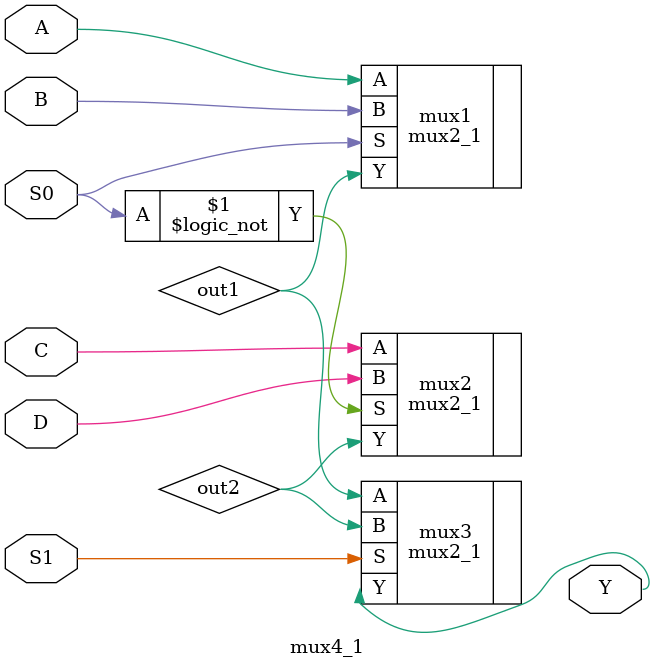
<source format=v>
module mux4_1 (
	input A,
	input B,
	input C,
	input D,
	input S0,
	input S1,
	output Y
);

wire out1;
wire out2;

mux2_1 mux1(
	.A(A),
	.B(B),
	.S(S0),
	.Y(out1)
);

mux2_1 mux2(
	.A(C),
	.B(D),
	.S(!S0),
	.Y(out2)
);

mux2_1 mux3(
	.A(out1),
	.B(out2),
	.S(S1),
	.Y(Y)
);

endmodule 
	


</source>
